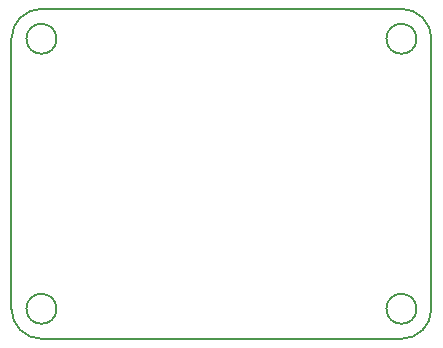
<source format=gm1>
G04 #@! TF.GenerationSoftware,KiCad,Pcbnew,(2018-02-15 revision 29b28de31)-makepkg*
G04 #@! TF.CreationDate,2019-01-06T21:13:36+03:00*
G04 #@! TF.ProjectId,CS5464_Breakout,4353353436345F427265616B6F75742E,rev?*
G04 #@! TF.SameCoordinates,Original*
G04 #@! TF.FileFunction,Profile,NP*
%FSLAX46Y46*%
G04 Gerber Fmt 4.6, Leading zero omitted, Abs format (unit mm)*
G04 Created by KiCad (PCBNEW (2018-02-15 revision 29b28de31)-makepkg) date 01/06/19 21:13:36*
%MOMM*%
%LPD*%
G01*
G04 APERTURE LIST*
%ADD10C,0.150000*%
G04 APERTURE END LIST*
D10*
X114300000Y-82550000D02*
G75*
G03X114300000Y-82550000I-1270000J0D01*
G01*
X144780000Y-82550000D02*
G75*
G03X144780000Y-82550000I-1270000J0D01*
G01*
X144780000Y-105410000D02*
G75*
G03X144780000Y-105410000I-1270000J0D01*
G01*
X114300000Y-105410000D02*
G75*
G03X114300000Y-105410000I-1270000J0D01*
G01*
X143510000Y-80010000D02*
G75*
G02X146050000Y-82550000I0J-2540000D01*
G01*
X110490000Y-82550000D02*
G75*
G02X113030000Y-80010000I2540000J0D01*
G01*
X113030000Y-107950000D02*
G75*
G02X110490000Y-105410000I0J2540000D01*
G01*
X146050000Y-105410000D02*
G75*
G02X143510000Y-107950000I-2540000J0D01*
G01*
X110490000Y-82550000D02*
X110490000Y-105410000D01*
X143510000Y-80010000D02*
X113030000Y-80010000D01*
X146050000Y-105410000D02*
X146050000Y-82550000D01*
X113030000Y-107950000D02*
X143510000Y-107950000D01*
M02*

</source>
